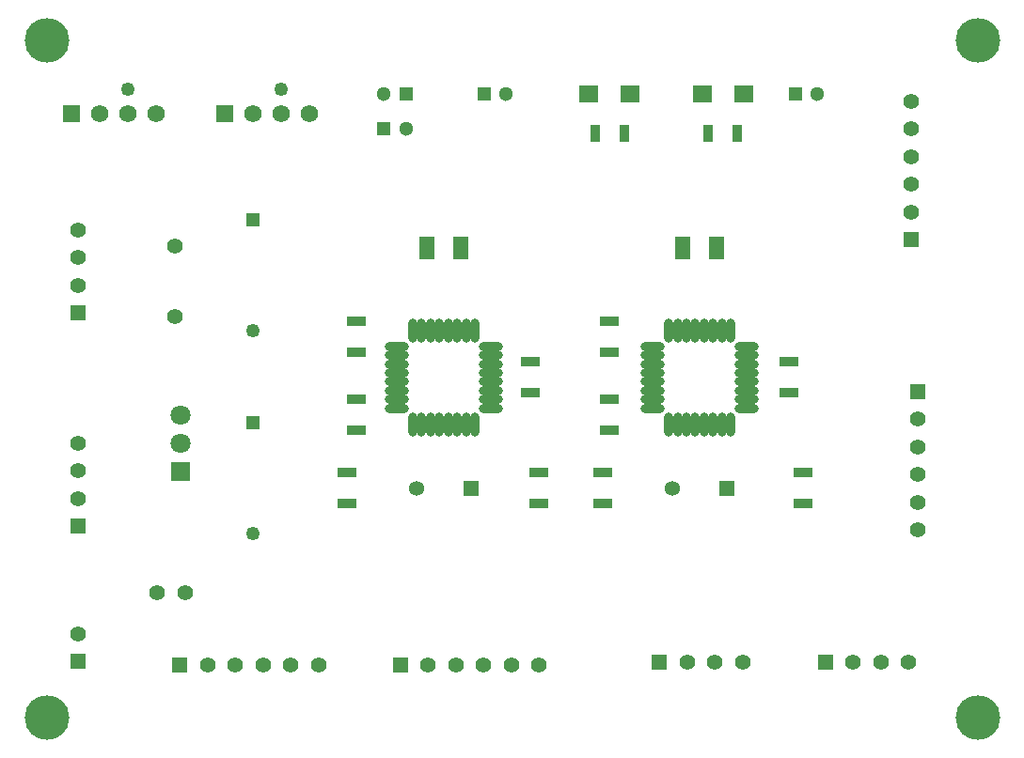
<source format=gts>
G04*
G04 #@! TF.GenerationSoftware,Altium Limited,Altium Designer,22.1.2 (22)*
G04*
G04 Layer_Color=8388736*
%FSLAX25Y25*%
%MOIN*%
G70*
G04*
G04 #@! TF.SameCoordinates,E16E6B7E-0D5A-4F64-8BAA-C1CDB9B7C18E*
G04*
G04*
G04 #@! TF.FilePolarity,Negative*
G04*
G01*
G75*
%ADD15O,0.03162X0.08477*%
%ADD16O,0.08477X0.03162*%
%ADD17R,0.03764X0.06338*%
%ADD18R,0.06693X0.03740*%
%ADD19R,0.05721X0.07887*%
%ADD20R,0.06890X0.05906*%
%ADD21C,0.04921*%
%ADD22C,0.06181*%
%ADD23R,0.06181X0.06181*%
%ADD24R,0.05347X0.05347*%
%ADD25C,0.05347*%
%ADD26C,0.05512*%
%ADD27R,0.05512X0.05512*%
%ADD28C,0.05118*%
%ADD29R,0.05118X0.05118*%
%ADD30R,0.04921X0.04921*%
%ADD31C,0.05524*%
%ADD32R,0.05512X0.05512*%
%ADD33R,0.07099X0.07099*%
%ADD34C,0.07099*%
%ADD35C,0.15800*%
D15*
X229781Y146116D02*
D03*
X232931D02*
D03*
X236081D02*
D03*
X239230D02*
D03*
X242380D02*
D03*
X245529D02*
D03*
X248679D02*
D03*
X251829D02*
D03*
Y112651D02*
D03*
X248679D02*
D03*
X245529D02*
D03*
X242380D02*
D03*
X239230D02*
D03*
X236081D02*
D03*
X232931D02*
D03*
X229781D02*
D03*
X139100Y146116D02*
D03*
X142249D02*
D03*
X145399D02*
D03*
X148549D02*
D03*
X151698D02*
D03*
X154848D02*
D03*
X157997D02*
D03*
X161147D02*
D03*
Y112651D02*
D03*
X157997D02*
D03*
X154848D02*
D03*
X151698D02*
D03*
X148549D02*
D03*
X145399D02*
D03*
X142249D02*
D03*
X139100D02*
D03*
D16*
X257537Y140407D02*
D03*
Y137258D02*
D03*
Y134108D02*
D03*
Y130958D02*
D03*
Y127809D02*
D03*
Y124659D02*
D03*
Y121510D02*
D03*
Y118360D02*
D03*
X224073D02*
D03*
Y121510D02*
D03*
Y124659D02*
D03*
Y127809D02*
D03*
Y130958D02*
D03*
Y134108D02*
D03*
Y137258D02*
D03*
Y140407D02*
D03*
X166856D02*
D03*
Y137258D02*
D03*
Y134108D02*
D03*
Y130958D02*
D03*
Y127809D02*
D03*
Y124659D02*
D03*
Y121510D02*
D03*
Y118360D02*
D03*
X133391D02*
D03*
Y121510D02*
D03*
Y124659D02*
D03*
Y127809D02*
D03*
Y130958D02*
D03*
Y134108D02*
D03*
Y137258D02*
D03*
Y140407D02*
D03*
D17*
X243916Y216108D02*
D03*
X254160D02*
D03*
X213928D02*
D03*
X203683D02*
D03*
D18*
X115915Y95620D02*
D03*
Y84596D02*
D03*
X183806Y95620D02*
D03*
Y84596D02*
D03*
X208805Y110596D02*
D03*
Y121620D02*
D03*
Y138143D02*
D03*
Y149167D02*
D03*
X206306Y95620D02*
D03*
Y84596D02*
D03*
X119073Y138143D02*
D03*
Y149167D02*
D03*
Y110596D02*
D03*
Y121620D02*
D03*
X180864Y123872D02*
D03*
Y134895D02*
D03*
X277306Y95620D02*
D03*
Y84596D02*
D03*
X272544Y123872D02*
D03*
Y134895D02*
D03*
D19*
X156127Y175281D02*
D03*
X144120D02*
D03*
X246809D02*
D03*
X234801D02*
D03*
D20*
X201424Y230108D02*
D03*
X216187D02*
D03*
X241656D02*
D03*
X256420D02*
D03*
D21*
X38023Y231612D02*
D03*
X92306D02*
D03*
X82306Y145834D02*
D03*
Y73830D02*
D03*
D22*
X48023Y223108D02*
D03*
X38023D02*
D03*
X28023D02*
D03*
X102306D02*
D03*
X92306D02*
D03*
X82306D02*
D03*
D23*
X18023D02*
D03*
X72306D02*
D03*
D24*
X250411Y90108D02*
D03*
X159730D02*
D03*
D25*
X231199D02*
D03*
X140517D02*
D03*
D26*
X318168Y75250D02*
D03*
Y85092D02*
D03*
Y94935D02*
D03*
Y104777D02*
D03*
Y114620D02*
D03*
X315806Y227454D02*
D03*
Y217612D02*
D03*
Y207769D02*
D03*
Y197927D02*
D03*
Y188084D02*
D03*
X105755Y27344D02*
D03*
X95913D02*
D03*
X86070D02*
D03*
X76228D02*
D03*
X66385D02*
D03*
X20430Y38368D02*
D03*
X20577Y86330D02*
D03*
Y96173D02*
D03*
Y106015D02*
D03*
X183912Y27344D02*
D03*
X174069D02*
D03*
X164227D02*
D03*
X154384D02*
D03*
X144542D02*
D03*
X236337Y28230D02*
D03*
X246179D02*
D03*
X256022D02*
D03*
X295136D02*
D03*
X304979D02*
D03*
X314821D02*
D03*
X20577Y161988D02*
D03*
Y171830D02*
D03*
Y181673D02*
D03*
D27*
X318168Y124462D02*
D03*
X315806Y178242D02*
D03*
X20430Y28525D02*
D03*
X20577Y76488D02*
D03*
Y152145D02*
D03*
D28*
X136757Y217594D02*
D03*
X128883Y230108D02*
D03*
X282489D02*
D03*
X172243D02*
D03*
D29*
X128883Y217594D02*
D03*
X136757Y230108D02*
D03*
X274615D02*
D03*
X164369D02*
D03*
D30*
X82306Y185204D02*
D03*
Y113200D02*
D03*
D31*
X54806Y151108D02*
D03*
Y176108D02*
D03*
X48306Y53108D02*
D03*
X58306D02*
D03*
D32*
X56543Y27344D02*
D03*
X134699D02*
D03*
X226494Y28230D02*
D03*
X285294D02*
D03*
D33*
X56806Y96108D02*
D03*
D34*
Y106108D02*
D03*
Y116108D02*
D03*
D35*
X9306Y8608D02*
D03*
Y249108D02*
D03*
X339306Y8608D02*
D03*
Y249108D02*
D03*
M02*

</source>
